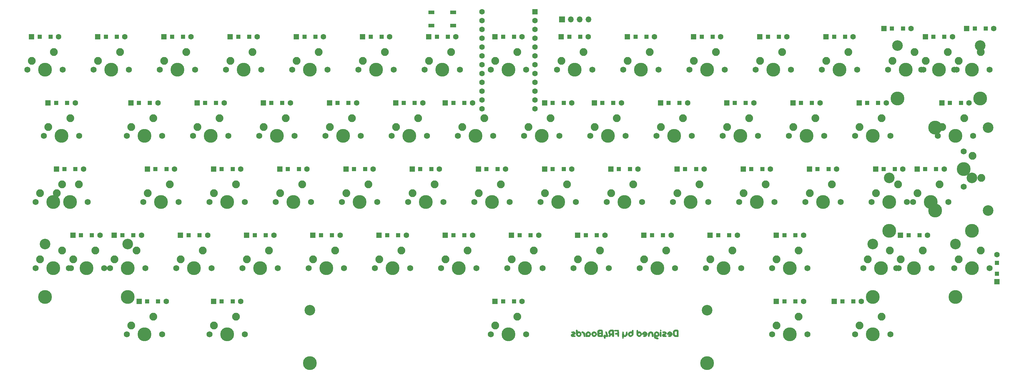
<source format=gbs>
G04 #@! TF.GenerationSoftware,KiCad,Pcbnew,5.1.8*
G04 #@! TF.CreationDate,2020-11-23T09:17:22-05:00*
G04 #@! TF.ProjectId,unix60pcb,756e6978-3630-4706-9362-2e6b69636164,rev?*
G04 #@! TF.SameCoordinates,Original*
G04 #@! TF.FileFunction,Soldermask,Bot*
G04 #@! TF.FilePolarity,Negative*
%FSLAX46Y46*%
G04 Gerber Fmt 4.6, Leading zero omitted, Abs format (unit mm)*
G04 Created by KiCad (PCBNEW 5.1.8) date 2020-11-23 09:17:22*
%MOMM*%
%LPD*%
G01*
G04 APERTURE LIST*
%ADD10C,0.010000*%
%ADD11C,1.600000*%
%ADD12R,1.600000X1.600000*%
%ADD13R,1.200000X1.200000*%
%ADD14R,1.700000X1.700000*%
%ADD15O,1.700000X1.700000*%
%ADD16C,2.250000*%
%ADD17C,3.987800*%
%ADD18C,1.750000*%
%ADD19C,3.048000*%
%ADD20R,1.700000X1.000000*%
G04 APERTURE END LIST*
D10*
G04 #@! TO.C,G\u002A\u002A\u002A*
G36*
X198367484Y-96341800D02*
G01*
X198329803Y-96484013D01*
X198386967Y-96604933D01*
X198539076Y-96694823D01*
X198649107Y-96621787D01*
X198669910Y-96576971D01*
X198673661Y-96397215D01*
X198560382Y-96287169D01*
X198494479Y-96276584D01*
X198367484Y-96341800D01*
G37*
X198367484Y-96341800D02*
X198329803Y-96484013D01*
X198386967Y-96604933D01*
X198539076Y-96694823D01*
X198649107Y-96621787D01*
X198669910Y-96576971D01*
X198673661Y-96397215D01*
X198560382Y-96287169D01*
X198494479Y-96276584D01*
X198367484Y-96341800D01*
G36*
X173270796Y-96801677D02*
G01*
X173011330Y-96826412D01*
X172880597Y-96873522D01*
X172838050Y-96961169D01*
X172836417Y-96996250D01*
X172867457Y-97107792D01*
X172988849Y-97166291D01*
X173196250Y-97191618D01*
X173436061Y-97230783D01*
X173544614Y-97289558D01*
X173512640Y-97345491D01*
X173330874Y-97376131D01*
X173272873Y-97377250D01*
X172994237Y-97437887D01*
X172801457Y-97593248D01*
X172715099Y-97803513D01*
X172755729Y-98028858D01*
X172864251Y-98168461D01*
X173038663Y-98255149D01*
X173290178Y-98303218D01*
X173561580Y-98311762D01*
X173795657Y-98279873D01*
X173935195Y-98206643D01*
X173947244Y-98185638D01*
X173959573Y-98022087D01*
X173836082Y-97922790D01*
X173564489Y-97879493D01*
X173487587Y-97876745D01*
X173090417Y-97868240D01*
X173422454Y-97790382D01*
X173735167Y-97691217D01*
X173909386Y-97559174D01*
X173975871Y-97366522D01*
X173979417Y-97288264D01*
X173926490Y-97021952D01*
X173759017Y-96862031D01*
X173463962Y-96799549D01*
X173270796Y-96801677D01*
G37*
X173270796Y-96801677D02*
X173011330Y-96826412D01*
X172880597Y-96873522D01*
X172838050Y-96961169D01*
X172836417Y-96996250D01*
X172867457Y-97107792D01*
X172988849Y-97166291D01*
X173196250Y-97191618D01*
X173436061Y-97230783D01*
X173544614Y-97289558D01*
X173512640Y-97345491D01*
X173330874Y-97376131D01*
X173272873Y-97377250D01*
X172994237Y-97437887D01*
X172801457Y-97593248D01*
X172715099Y-97803513D01*
X172755729Y-98028858D01*
X172864251Y-98168461D01*
X173038663Y-98255149D01*
X173290178Y-98303218D01*
X173561580Y-98311762D01*
X173795657Y-98279873D01*
X173935195Y-98206643D01*
X173947244Y-98185638D01*
X173959573Y-98022087D01*
X173836082Y-97922790D01*
X173564489Y-97879493D01*
X173487587Y-97876745D01*
X173090417Y-97868240D01*
X173422454Y-97790382D01*
X173735167Y-97691217D01*
X173909386Y-97559174D01*
X173975871Y-97366522D01*
X173979417Y-97288264D01*
X173926490Y-97021952D01*
X173759017Y-96862031D01*
X173463962Y-96799549D01*
X173270796Y-96801677D01*
G36*
X174256786Y-96332187D02*
G01*
X174226169Y-96370079D01*
X174178086Y-96540132D01*
X174154900Y-96820036D01*
X174155946Y-97152250D01*
X174180557Y-97479233D01*
X174228069Y-97743444D01*
X174242596Y-97790522D01*
X174414917Y-98059327D01*
X174682110Y-98235196D01*
X174993106Y-98300547D01*
X175296839Y-98237798D01*
X175388243Y-98184956D01*
X175618647Y-97937798D01*
X175714591Y-97644754D01*
X175711105Y-97604864D01*
X175301012Y-97604864D01*
X175218436Y-97779189D01*
X175035735Y-97866336D01*
X174790675Y-97833858D01*
X174687654Y-97714569D01*
X174656750Y-97546584D01*
X174719524Y-97336839D01*
X174871155Y-97220610D01*
X175056611Y-97213621D01*
X175220859Y-97331596D01*
X175249417Y-97377250D01*
X175301012Y-97604864D01*
X175711105Y-97604864D01*
X175688346Y-97344456D01*
X175552185Y-97075536D01*
X175318378Y-96876628D01*
X174999198Y-96786365D01*
X174943424Y-96784584D01*
X174742254Y-96756012D01*
X174644129Y-96643331D01*
X174621073Y-96569291D01*
X174526144Y-96380633D01*
X174389013Y-96293678D01*
X174256786Y-96332187D01*
G37*
X174256786Y-96332187D02*
X174226169Y-96370079D01*
X174178086Y-96540132D01*
X174154900Y-96820036D01*
X174155946Y-97152250D01*
X174180557Y-97479233D01*
X174228069Y-97743444D01*
X174242596Y-97790522D01*
X174414917Y-98059327D01*
X174682110Y-98235196D01*
X174993106Y-98300547D01*
X175296839Y-98237798D01*
X175388243Y-98184956D01*
X175618647Y-97937798D01*
X175714591Y-97644754D01*
X175711105Y-97604864D01*
X175301012Y-97604864D01*
X175218436Y-97779189D01*
X175035735Y-97866336D01*
X174790675Y-97833858D01*
X174687654Y-97714569D01*
X174656750Y-97546584D01*
X174719524Y-97336839D01*
X174871155Y-97220610D01*
X175056611Y-97213621D01*
X175220859Y-97331596D01*
X175249417Y-97377250D01*
X175301012Y-97604864D01*
X175711105Y-97604864D01*
X175688346Y-97344456D01*
X175552185Y-97075536D01*
X175318378Y-96876628D01*
X174999198Y-96786365D01*
X174943424Y-96784584D01*
X174742254Y-96756012D01*
X174644129Y-96643331D01*
X174621073Y-96569291D01*
X174526144Y-96380633D01*
X174389013Y-96293678D01*
X174256786Y-96332187D01*
G36*
X175882696Y-96798783D02*
G01*
X175804473Y-96861610D01*
X175789354Y-97018781D01*
X175883498Y-97160042D01*
X176010109Y-97207917D01*
X176186712Y-97261460D01*
X176299132Y-97435339D01*
X176358479Y-97749427D01*
X176365835Y-97844305D01*
X176403676Y-98128334D01*
X176476531Y-98267817D01*
X176523546Y-98289582D01*
X176674117Y-98278769D01*
X176714046Y-98255066D01*
X176747210Y-98143243D01*
X176768760Y-97919639D01*
X176773417Y-97737626D01*
X176759215Y-97445209D01*
X176699794Y-97249042D01*
X176569937Y-97077228D01*
X176525930Y-97032071D01*
X176305331Y-96870212D01*
X176073648Y-96788369D01*
X175882696Y-96798783D01*
G37*
X175882696Y-96798783D02*
X175804473Y-96861610D01*
X175789354Y-97018781D01*
X175883498Y-97160042D01*
X176010109Y-97207917D01*
X176186712Y-97261460D01*
X176299132Y-97435339D01*
X176358479Y-97749427D01*
X176365835Y-97844305D01*
X176403676Y-98128334D01*
X176476531Y-98267817D01*
X176523546Y-98289582D01*
X176674117Y-98278769D01*
X176714046Y-98255066D01*
X176747210Y-98143243D01*
X176768760Y-97919639D01*
X176773417Y-97737626D01*
X176759215Y-97445209D01*
X176699794Y-97249042D01*
X176569937Y-97077228D01*
X176525930Y-97032071D01*
X176305331Y-96870212D01*
X176073648Y-96788369D01*
X175882696Y-96798783D01*
G36*
X177320462Y-96920512D02*
G01*
X177185946Y-97036362D01*
X177041993Y-97197904D01*
X176970746Y-97352191D01*
X176952224Y-97564616D01*
X176959626Y-97777077D01*
X176985084Y-98266014D01*
X177477925Y-98287803D01*
X177770119Y-98291481D01*
X177958818Y-98256991D01*
X178108862Y-98164537D01*
X178218759Y-98061601D01*
X178424855Y-97765065D01*
X178439427Y-97647296D01*
X178017318Y-97647296D01*
X177955375Y-97762317D01*
X177768961Y-97874121D01*
X177560178Y-97846628D01*
X177454126Y-97762317D01*
X177379051Y-97558967D01*
X177450234Y-97355770D01*
X177556584Y-97259758D01*
X177746301Y-97216708D01*
X177910365Y-97297237D01*
X178012721Y-97455911D01*
X178017318Y-97647296D01*
X178439427Y-97647296D01*
X178462330Y-97462198D01*
X178331178Y-97161890D01*
X178219263Y-97032071D01*
X177923345Y-96826153D01*
X177621225Y-96788977D01*
X177320462Y-96920512D01*
G37*
X177320462Y-96920512D02*
X177185946Y-97036362D01*
X177041993Y-97197904D01*
X176970746Y-97352191D01*
X176952224Y-97564616D01*
X176959626Y-97777077D01*
X176985084Y-98266014D01*
X177477925Y-98287803D01*
X177770119Y-98291481D01*
X177958818Y-98256991D01*
X178108862Y-98164537D01*
X178218759Y-98061601D01*
X178424855Y-97765065D01*
X178439427Y-97647296D01*
X178017318Y-97647296D01*
X177955375Y-97762317D01*
X177768961Y-97874121D01*
X177560178Y-97846628D01*
X177454126Y-97762317D01*
X177379051Y-97558967D01*
X177450234Y-97355770D01*
X177556584Y-97259758D01*
X177746301Y-97216708D01*
X177910365Y-97297237D01*
X178012721Y-97455911D01*
X178017318Y-97647296D01*
X178439427Y-97647296D01*
X178462330Y-97462198D01*
X178331178Y-97161890D01*
X178219263Y-97032071D01*
X177923345Y-96826153D01*
X177621225Y-96788977D01*
X177320462Y-96920512D01*
G36*
X179098864Y-96858784D02*
G01*
X178838508Y-97053105D01*
X178673802Y-97325127D01*
X178638777Y-97532943D01*
X178710721Y-97879047D01*
X178895567Y-98132101D01*
X179156935Y-98277020D01*
X179458445Y-98298721D01*
X179763717Y-98182120D01*
X179912597Y-98061096D01*
X180113107Y-97779064D01*
X180139733Y-97647296D01*
X179710652Y-97647296D01*
X179648708Y-97762317D01*
X179462294Y-97874121D01*
X179253512Y-97846628D01*
X179147459Y-97762317D01*
X179072384Y-97558967D01*
X179143568Y-97355770D01*
X179249917Y-97259758D01*
X179439635Y-97216708D01*
X179603698Y-97297237D01*
X179706055Y-97455911D01*
X179710652Y-97647296D01*
X180139733Y-97647296D01*
X180160084Y-97546584D01*
X180085530Y-97263095D01*
X179894302Y-97009168D01*
X179635049Y-96834298D01*
X179411093Y-96784584D01*
X179098864Y-96858784D01*
G37*
X179098864Y-96858784D02*
X178838508Y-97053105D01*
X178673802Y-97325127D01*
X178638777Y-97532943D01*
X178710721Y-97879047D01*
X178895567Y-98132101D01*
X179156935Y-98277020D01*
X179458445Y-98298721D01*
X179763717Y-98182120D01*
X179912597Y-98061096D01*
X180113107Y-97779064D01*
X180139733Y-97647296D01*
X179710652Y-97647296D01*
X179648708Y-97762317D01*
X179462294Y-97874121D01*
X179253512Y-97846628D01*
X179147459Y-97762317D01*
X179072384Y-97558967D01*
X179143568Y-97355770D01*
X179249917Y-97259758D01*
X179439635Y-97216708D01*
X179603698Y-97297237D01*
X179706055Y-97455911D01*
X179710652Y-97647296D01*
X180139733Y-97647296D01*
X180160084Y-97546584D01*
X180085530Y-97263095D01*
X179894302Y-97009168D01*
X179635049Y-96834298D01*
X179411093Y-96784584D01*
X179098864Y-96858784D01*
G36*
X180611402Y-96349434D02*
G01*
X180455223Y-96486433D01*
X180375114Y-96730327D01*
X180348226Y-97106655D01*
X180347236Y-97295619D01*
X180362761Y-97725312D01*
X180420588Y-98014014D01*
X180544267Y-98189022D01*
X180757349Y-98277636D01*
X181083383Y-98307157D01*
X181221074Y-98308584D01*
X181572079Y-98293068D01*
X181767925Y-98245094D01*
X181816873Y-98197026D01*
X181832498Y-98069561D01*
X181840691Y-97814096D01*
X181840690Y-97673584D01*
X181430084Y-97673584D01*
X181414189Y-97817554D01*
X181333780Y-97873408D01*
X181139774Y-97871387D01*
X181112584Y-97869194D01*
X180896528Y-97831880D01*
X180806404Y-97751009D01*
X180795084Y-97673584D01*
X180831520Y-97555338D01*
X180969168Y-97495880D01*
X181112584Y-97477973D01*
X181320474Y-97471875D01*
X181409918Y-97520667D01*
X181430001Y-97654588D01*
X181430084Y-97673584D01*
X181840690Y-97673584D01*
X181840687Y-97471836D01*
X181835383Y-97202193D01*
X181827389Y-96911584D01*
X181430084Y-96911584D01*
X181414189Y-97055554D01*
X181333780Y-97111408D01*
X181139774Y-97109387D01*
X181112584Y-97107194D01*
X180896528Y-97069880D01*
X180806404Y-96989009D01*
X180795084Y-96911584D01*
X180831520Y-96793338D01*
X180969168Y-96733880D01*
X181112584Y-96715973D01*
X181320474Y-96709875D01*
X181409918Y-96758667D01*
X181430001Y-96892588D01*
X181430084Y-96911584D01*
X181827389Y-96911584D01*
X181811084Y-96318917D01*
X181243366Y-96293968D01*
X180866501Y-96293792D01*
X180611402Y-96349434D01*
G37*
X180611402Y-96349434D02*
X180455223Y-96486433D01*
X180375114Y-96730327D01*
X180348226Y-97106655D01*
X180347236Y-97295619D01*
X180362761Y-97725312D01*
X180420588Y-98014014D01*
X180544267Y-98189022D01*
X180757349Y-98277636D01*
X181083383Y-98307157D01*
X181221074Y-98308584D01*
X181572079Y-98293068D01*
X181767925Y-98245094D01*
X181816873Y-98197026D01*
X181832498Y-98069561D01*
X181840691Y-97814096D01*
X181840690Y-97673584D01*
X181430084Y-97673584D01*
X181414189Y-97817554D01*
X181333780Y-97873408D01*
X181139774Y-97871387D01*
X181112584Y-97869194D01*
X180896528Y-97831880D01*
X180806404Y-97751009D01*
X180795084Y-97673584D01*
X180831520Y-97555338D01*
X180969168Y-97495880D01*
X181112584Y-97477973D01*
X181320474Y-97471875D01*
X181409918Y-97520667D01*
X181430001Y-97654588D01*
X181430084Y-97673584D01*
X181840690Y-97673584D01*
X181840687Y-97471836D01*
X181835383Y-97202193D01*
X181827389Y-96911584D01*
X181430084Y-96911584D01*
X181414189Y-97055554D01*
X181333780Y-97111408D01*
X181139774Y-97109387D01*
X181112584Y-97107194D01*
X180896528Y-97069880D01*
X180806404Y-96989009D01*
X180795084Y-96911584D01*
X180831520Y-96793338D01*
X180969168Y-96733880D01*
X181112584Y-96715973D01*
X181320474Y-96709875D01*
X181409918Y-96758667D01*
X181430001Y-96892588D01*
X181430084Y-96911584D01*
X181827389Y-96911584D01*
X181811084Y-96318917D01*
X181243366Y-96293968D01*
X180866501Y-96293792D01*
X180611402Y-96349434D01*
G36*
X184155462Y-96289070D02*
G01*
X183953709Y-96338146D01*
X183799632Y-96441232D01*
X183758012Y-96480959D01*
X183543857Y-96774435D01*
X183495230Y-97073522D01*
X183609097Y-97399995D01*
X183625932Y-97429301D01*
X183735256Y-97630395D01*
X183758010Y-97751674D01*
X183699704Y-97855432D01*
X183666932Y-97892784D01*
X183578960Y-98065842D01*
X183597540Y-98224155D01*
X183711930Y-98306533D01*
X183739920Y-98308584D01*
X183866218Y-98251551D01*
X184041995Y-98109290D01*
X184097084Y-98054584D01*
X184272396Y-97895043D01*
X184413029Y-97806774D01*
X184441008Y-97800584D01*
X184526197Y-97873918D01*
X184591595Y-98050699D01*
X184592384Y-98054584D01*
X184681480Y-98238198D01*
X184820961Y-98314659D01*
X184958492Y-98269246D01*
X185019359Y-98174659D01*
X185044999Y-98019937D01*
X185061545Y-97747068D01*
X185068995Y-97406996D01*
X185067351Y-97050662D01*
X185066948Y-97038584D01*
X184562750Y-97038584D01*
X184528942Y-97281109D01*
X184413991Y-97383528D01*
X184197612Y-97358543D01*
X184104009Y-97325858D01*
X184000987Y-97206569D01*
X183970084Y-97038584D01*
X184025005Y-96827484D01*
X184200578Y-96720149D01*
X184400342Y-96699917D01*
X184507118Y-96730901D01*
X184554169Y-96852686D01*
X184562750Y-97038584D01*
X185066948Y-97038584D01*
X185056612Y-96729010D01*
X185036778Y-96492981D01*
X185019359Y-96410508D01*
X184941388Y-96329996D01*
X184763236Y-96288138D01*
X184465177Y-96276584D01*
X184155462Y-96289070D01*
G37*
X184155462Y-96289070D02*
X183953709Y-96338146D01*
X183799632Y-96441232D01*
X183758012Y-96480959D01*
X183543857Y-96774435D01*
X183495230Y-97073522D01*
X183609097Y-97399995D01*
X183625932Y-97429301D01*
X183735256Y-97630395D01*
X183758010Y-97751674D01*
X183699704Y-97855432D01*
X183666932Y-97892784D01*
X183578960Y-98065842D01*
X183597540Y-98224155D01*
X183711930Y-98306533D01*
X183739920Y-98308584D01*
X183866218Y-98251551D01*
X184041995Y-98109290D01*
X184097084Y-98054584D01*
X184272396Y-97895043D01*
X184413029Y-97806774D01*
X184441008Y-97800584D01*
X184526197Y-97873918D01*
X184591595Y-98050699D01*
X184592384Y-98054584D01*
X184681480Y-98238198D01*
X184820961Y-98314659D01*
X184958492Y-98269246D01*
X185019359Y-98174659D01*
X185044999Y-98019937D01*
X185061545Y-97747068D01*
X185068995Y-97406996D01*
X185067351Y-97050662D01*
X185066948Y-97038584D01*
X184562750Y-97038584D01*
X184528942Y-97281109D01*
X184413991Y-97383528D01*
X184197612Y-97358543D01*
X184104009Y-97325858D01*
X184000987Y-97206569D01*
X183970084Y-97038584D01*
X184025005Y-96827484D01*
X184200578Y-96720149D01*
X184400342Y-96699917D01*
X184507118Y-96730901D01*
X184554169Y-96852686D01*
X184562750Y-97038584D01*
X185066948Y-97038584D01*
X185056612Y-96729010D01*
X185036778Y-96492981D01*
X185019359Y-96410508D01*
X184941388Y-96329996D01*
X184763236Y-96288138D01*
X184465177Y-96276584D01*
X184155462Y-96289070D01*
G36*
X185508083Y-96322916D02*
G01*
X185317587Y-96341153D01*
X185226172Y-96382985D01*
X185198746Y-96457769D01*
X185197750Y-96488250D01*
X185221941Y-96589858D01*
X185321333Y-96646628D01*
X185536156Y-96676202D01*
X185642250Y-96683175D01*
X185900819Y-96703712D01*
X186032721Y-96744183D01*
X186080500Y-96830926D01*
X186086750Y-96958341D01*
X186072362Y-97119956D01*
X185996496Y-97190694D01*
X185810099Y-97207696D01*
X185757142Y-97207917D01*
X185531175Y-97233029D01*
X185398937Y-97296604D01*
X185388614Y-97313750D01*
X185379177Y-97498614D01*
X185517547Y-97603674D01*
X185750028Y-97631250D01*
X185962842Y-97642134D01*
X186060293Y-97707039D01*
X186096258Y-97874348D01*
X186102806Y-97948046D01*
X186159485Y-98161963D01*
X186264305Y-98291318D01*
X186381122Y-98311062D01*
X186471139Y-98203284D01*
X186487775Y-98073049D01*
X186496762Y-97815178D01*
X186497233Y-97471233D01*
X186492050Y-97202193D01*
X186467750Y-96318917D01*
X185832750Y-96318917D01*
X185508083Y-96322916D01*
G37*
X185508083Y-96322916D02*
X185317587Y-96341153D01*
X185226172Y-96382985D01*
X185198746Y-96457769D01*
X185197750Y-96488250D01*
X185221941Y-96589858D01*
X185321333Y-96646628D01*
X185536156Y-96676202D01*
X185642250Y-96683175D01*
X185900819Y-96703712D01*
X186032721Y-96744183D01*
X186080500Y-96830926D01*
X186086750Y-96958341D01*
X186072362Y-97119956D01*
X185996496Y-97190694D01*
X185810099Y-97207696D01*
X185757142Y-97207917D01*
X185531175Y-97233029D01*
X185398937Y-97296604D01*
X185388614Y-97313750D01*
X185379177Y-97498614D01*
X185517547Y-97603674D01*
X185750028Y-97631250D01*
X185962842Y-97642134D01*
X186060293Y-97707039D01*
X186096258Y-97874348D01*
X186102806Y-97948046D01*
X186159485Y-98161963D01*
X186264305Y-98291318D01*
X186381122Y-98311062D01*
X186471139Y-98203284D01*
X186487775Y-98073049D01*
X186496762Y-97815178D01*
X186497233Y-97471233D01*
X186492050Y-97202193D01*
X186467750Y-96318917D01*
X185832750Y-96318917D01*
X185508083Y-96322916D01*
G36*
X190383858Y-96348312D02*
G01*
X190268660Y-96487555D01*
X190235417Y-96657516D01*
X190211520Y-96774925D01*
X190107889Y-96812271D01*
X189941547Y-96800940D01*
X189646358Y-96843853D01*
X189383651Y-97014151D01*
X189198321Y-97270343D01*
X189134750Y-97546584D01*
X189211010Y-97836129D01*
X189407354Y-98091254D01*
X189675135Y-98263310D01*
X189896750Y-98308584D01*
X190188648Y-98233026D01*
X190411263Y-98061096D01*
X190532435Y-97929152D01*
X190605871Y-97800433D01*
X190639370Y-97647296D01*
X190209318Y-97647296D01*
X190147375Y-97762317D01*
X189960961Y-97874121D01*
X189752178Y-97846628D01*
X189646126Y-97762317D01*
X189571051Y-97558967D01*
X189642234Y-97355770D01*
X189748584Y-97259758D01*
X189938301Y-97216708D01*
X190102365Y-97297237D01*
X190204721Y-97455911D01*
X190209318Y-97647296D01*
X190639370Y-97647296D01*
X190643461Y-97628599D01*
X190657094Y-97367309D01*
X190658750Y-97096488D01*
X190650468Y-96714131D01*
X190623087Y-96475589D01*
X190572805Y-96356040D01*
X190542068Y-96334591D01*
X190383858Y-96348312D01*
G37*
X190383858Y-96348312D02*
X190268660Y-96487555D01*
X190235417Y-96657516D01*
X190211520Y-96774925D01*
X190107889Y-96812271D01*
X189941547Y-96800940D01*
X189646358Y-96843853D01*
X189383651Y-97014151D01*
X189198321Y-97270343D01*
X189134750Y-97546584D01*
X189211010Y-97836129D01*
X189407354Y-98091254D01*
X189675135Y-98263310D01*
X189896750Y-98308584D01*
X190188648Y-98233026D01*
X190411263Y-98061096D01*
X190532435Y-97929152D01*
X190605871Y-97800433D01*
X190639370Y-97647296D01*
X190209318Y-97647296D01*
X190147375Y-97762317D01*
X189960961Y-97874121D01*
X189752178Y-97846628D01*
X189646126Y-97762317D01*
X189571051Y-97558967D01*
X189642234Y-97355770D01*
X189748584Y-97259758D01*
X189938301Y-97216708D01*
X190102365Y-97297237D01*
X190204721Y-97455911D01*
X190209318Y-97647296D01*
X190639370Y-97647296D01*
X190643461Y-97628599D01*
X190657094Y-97367309D01*
X190658750Y-97096488D01*
X190650468Y-96714131D01*
X190623087Y-96475589D01*
X190572805Y-96356040D01*
X190542068Y-96334591D01*
X190383858Y-96348312D01*
G36*
X191719928Y-96333226D02*
G01*
X191667599Y-96397798D01*
X191636305Y-96545098D01*
X191617587Y-96807592D01*
X191607908Y-97062920D01*
X191598761Y-97422293D01*
X191606841Y-97657053D01*
X191642287Y-97811770D01*
X191715241Y-97931017D01*
X191834228Y-98057754D01*
X192131590Y-98265565D01*
X192434134Y-98304699D01*
X192733972Y-98175130D01*
X192866597Y-98061096D01*
X193072649Y-97765686D01*
X193087261Y-97647296D01*
X192664652Y-97647296D01*
X192602708Y-97762317D01*
X192416294Y-97874121D01*
X192207512Y-97846628D01*
X192101459Y-97762317D01*
X192026384Y-97558967D01*
X192097568Y-97355770D01*
X192203917Y-97259758D01*
X192393635Y-97216708D01*
X192557698Y-97297237D01*
X192660055Y-97455911D01*
X192664652Y-97647296D01*
X193087261Y-97647296D01*
X193109831Y-97464434D01*
X192978194Y-97163296D01*
X192857621Y-97023095D01*
X192653075Y-96852723D01*
X192461361Y-96794102D01*
X192311349Y-96800466D01*
X192114569Y-96809649D01*
X192028147Y-96747475D01*
X191996312Y-96576608D01*
X191945955Y-96384715D01*
X191828405Y-96319989D01*
X191801750Y-96318917D01*
X191719928Y-96333226D01*
G37*
X191719928Y-96333226D02*
X191667599Y-96397798D01*
X191636305Y-96545098D01*
X191617587Y-96807592D01*
X191607908Y-97062920D01*
X191598761Y-97422293D01*
X191606841Y-97657053D01*
X191642287Y-97811770D01*
X191715241Y-97931017D01*
X191834228Y-98057754D01*
X192131590Y-98265565D01*
X192434134Y-98304699D01*
X192733972Y-98175130D01*
X192866597Y-98061096D01*
X193072649Y-97765686D01*
X193087261Y-97647296D01*
X192664652Y-97647296D01*
X192602708Y-97762317D01*
X192416294Y-97874121D01*
X192207512Y-97846628D01*
X192101459Y-97762317D01*
X192026384Y-97558967D01*
X192097568Y-97355770D01*
X192203917Y-97259758D01*
X192393635Y-97216708D01*
X192557698Y-97297237D01*
X192660055Y-97455911D01*
X192664652Y-97647296D01*
X193087261Y-97647296D01*
X193109831Y-97464434D01*
X192978194Y-97163296D01*
X192857621Y-97023095D01*
X192653075Y-96852723D01*
X192461361Y-96794102D01*
X192311349Y-96800466D01*
X192114569Y-96809649D01*
X192028147Y-96747475D01*
X191996312Y-96576608D01*
X191945955Y-96384715D01*
X191828405Y-96319989D01*
X191801750Y-96318917D01*
X191719928Y-96333226D01*
G36*
X193709497Y-96847209D02*
G01*
X193469597Y-97005832D01*
X193288005Y-97216570D01*
X193211675Y-97435539D01*
X193213956Y-97482532D01*
X193249377Y-97591650D01*
X193344123Y-97657201D01*
X193539265Y-97697356D01*
X193749084Y-97719324D01*
X194011292Y-97753195D01*
X194138402Y-97793007D01*
X194126846Y-97827335D01*
X193941275Y-97867698D01*
X193791650Y-97866262D01*
X193615740Y-97893653D01*
X193553724Y-98002105D01*
X193579358Y-98179647D01*
X193718098Y-98282649D01*
X193929774Y-98308538D01*
X194174213Y-98254744D01*
X194411244Y-98118695D01*
X194475263Y-98061096D01*
X194675773Y-97779064D01*
X194722750Y-97546584D01*
X194655853Y-97292584D01*
X194172417Y-97292584D01*
X194138995Y-97352248D01*
X193973267Y-97377172D01*
X193960750Y-97377250D01*
X193788647Y-97354705D01*
X193746838Y-97296613D01*
X193749084Y-97292584D01*
X193868855Y-97220718D01*
X193960750Y-97207917D01*
X194120745Y-97247958D01*
X194172417Y-97292584D01*
X194655853Y-97292584D01*
X194646491Y-97257038D01*
X194450147Y-97001913D01*
X194182366Y-96829857D01*
X193960750Y-96784583D01*
X193709497Y-96847209D01*
G37*
X193709497Y-96847209D02*
X193469597Y-97005832D01*
X193288005Y-97216570D01*
X193211675Y-97435539D01*
X193213956Y-97482532D01*
X193249377Y-97591650D01*
X193344123Y-97657201D01*
X193539265Y-97697356D01*
X193749084Y-97719324D01*
X194011292Y-97753195D01*
X194138402Y-97793007D01*
X194126846Y-97827335D01*
X193941275Y-97867698D01*
X193791650Y-97866262D01*
X193615740Y-97893653D01*
X193553724Y-98002105D01*
X193579358Y-98179647D01*
X193718098Y-98282649D01*
X193929774Y-98308538D01*
X194174213Y-98254744D01*
X194411244Y-98118695D01*
X194475263Y-98061096D01*
X194675773Y-97779064D01*
X194722750Y-97546584D01*
X194655853Y-97292584D01*
X194172417Y-97292584D01*
X194138995Y-97352248D01*
X193973267Y-97377172D01*
X193960750Y-97377250D01*
X193788647Y-97354705D01*
X193746838Y-97296613D01*
X193749084Y-97292584D01*
X193868855Y-97220718D01*
X193960750Y-97207917D01*
X194120745Y-97247958D01*
X194172417Y-97292584D01*
X194655853Y-97292584D01*
X194646491Y-97257038D01*
X194450147Y-97001913D01*
X194182366Y-96829857D01*
X193960750Y-96784583D01*
X193709497Y-96847209D01*
G36*
X195390493Y-96858348D02*
G01*
X195135280Y-97036362D01*
X194991342Y-97197880D01*
X194920091Y-97352141D01*
X194901555Y-97564520D01*
X194908959Y-97777195D01*
X194930997Y-98055657D01*
X194970306Y-98203675D01*
X195042372Y-98260134D01*
X195103750Y-98266250D01*
X195205557Y-98240793D01*
X195266335Y-98138218D01*
X195304287Y-97919221D01*
X195315417Y-97809194D01*
X195390697Y-97450880D01*
X195518036Y-97241948D01*
X195670000Y-97182426D01*
X195819154Y-97272346D01*
X195938062Y-97511736D01*
X195992750Y-97808460D01*
X196039339Y-98108934D01*
X196113277Y-98261618D01*
X196166212Y-98289610D01*
X196316788Y-98278770D01*
X196356712Y-98255066D01*
X196398448Y-98125983D01*
X196413866Y-97890678D01*
X196405584Y-97609776D01*
X196376217Y-97343898D01*
X196328381Y-97153667D01*
X196307558Y-97115913D01*
X196034620Y-96880514D01*
X195715975Y-96793780D01*
X195390493Y-96858348D01*
G37*
X195390493Y-96858348D02*
X195135280Y-97036362D01*
X194991342Y-97197880D01*
X194920091Y-97352141D01*
X194901555Y-97564520D01*
X194908959Y-97777195D01*
X194930997Y-98055657D01*
X194970306Y-98203675D01*
X195042372Y-98260134D01*
X195103750Y-98266250D01*
X195205557Y-98240793D01*
X195266335Y-98138218D01*
X195304287Y-97919221D01*
X195315417Y-97809194D01*
X195390697Y-97450880D01*
X195518036Y-97241948D01*
X195670000Y-97182426D01*
X195819154Y-97272346D01*
X195938062Y-97511736D01*
X195992750Y-97808460D01*
X196039339Y-98108934D01*
X196113277Y-98261618D01*
X196166212Y-98289610D01*
X196316788Y-98278770D01*
X196356712Y-98255066D01*
X196398448Y-98125983D01*
X196413866Y-97890678D01*
X196405584Y-97609776D01*
X196376217Y-97343898D01*
X196328381Y-97153667D01*
X196307558Y-97115913D01*
X196034620Y-96880514D01*
X195715975Y-96793780D01*
X195390493Y-96858348D01*
G36*
X198413040Y-96825341D02*
G01*
X198356169Y-96878079D01*
X198316054Y-97026800D01*
X198290570Y-97284600D01*
X198280915Y-97591760D01*
X198288288Y-97888558D01*
X198313888Y-98115275D01*
X198330142Y-98174659D01*
X198445130Y-98294509D01*
X198599725Y-98286421D01*
X198645639Y-98252139D01*
X198672279Y-98146152D01*
X198692145Y-97915965D01*
X198701711Y-97606680D01*
X198702084Y-97529815D01*
X198695126Y-97178742D01*
X198670035Y-96963089D01*
X198620487Y-96849352D01*
X198566539Y-96811922D01*
X198413040Y-96825341D01*
G37*
X198413040Y-96825341D02*
X198356169Y-96878079D01*
X198316054Y-97026800D01*
X198290570Y-97284600D01*
X198280915Y-97591760D01*
X198288288Y-97888558D01*
X198313888Y-98115275D01*
X198330142Y-98174659D01*
X198445130Y-98294509D01*
X198599725Y-98286421D01*
X198645639Y-98252139D01*
X198672279Y-98146152D01*
X198692145Y-97915965D01*
X198701711Y-97606680D01*
X198702084Y-97529815D01*
X198695126Y-97178742D01*
X198670035Y-96963089D01*
X198620487Y-96849352D01*
X198566539Y-96811922D01*
X198413040Y-96825341D01*
G36*
X199154160Y-96813241D02*
G01*
X199022375Y-96885658D01*
X199014092Y-96901266D01*
X199024166Y-97059593D01*
X199179273Y-97166090D01*
X199459623Y-97207761D01*
X199481017Y-97207917D01*
X199686748Y-97227616D01*
X199796914Y-97276537D01*
X199802750Y-97292584D01*
X199728625Y-97349806D01*
X199547651Y-97376912D01*
X199522599Y-97377250D01*
X199277856Y-97410725D01*
X199088683Y-97489686D01*
X198965598Y-97671401D01*
X198943155Y-97910259D01*
X199021355Y-98127223D01*
X199088683Y-98196147D01*
X199254960Y-98259644D01*
X199505630Y-98296693D01*
X199781429Y-98305997D01*
X200023098Y-98286255D01*
X200171374Y-98236168D01*
X200186043Y-98220208D01*
X200193368Y-98082709D01*
X200065218Y-97965114D01*
X199835416Y-97890682D01*
X199686550Y-97876745D01*
X199337084Y-97868240D01*
X199675750Y-97790238D01*
X199981962Y-97664170D01*
X200173262Y-97472219D01*
X200235303Y-97245782D01*
X200153739Y-97016254D01*
X200071250Y-96924706D01*
X199899008Y-96839231D01*
X199650238Y-96791308D01*
X199382702Y-96782218D01*
X199154160Y-96813241D01*
G37*
X199154160Y-96813241D02*
X199022375Y-96885658D01*
X199014092Y-96901266D01*
X199024166Y-97059593D01*
X199179273Y-97166090D01*
X199459623Y-97207761D01*
X199481017Y-97207917D01*
X199686748Y-97227616D01*
X199796914Y-97276537D01*
X199802750Y-97292584D01*
X199728625Y-97349806D01*
X199547651Y-97376912D01*
X199522599Y-97377250D01*
X199277856Y-97410725D01*
X199088683Y-97489686D01*
X198965598Y-97671401D01*
X198943155Y-97910259D01*
X199021355Y-98127223D01*
X199088683Y-98196147D01*
X199254960Y-98259644D01*
X199505630Y-98296693D01*
X199781429Y-98305997D01*
X200023098Y-98286255D01*
X200171374Y-98236168D01*
X200186043Y-98220208D01*
X200193368Y-98082709D01*
X200065218Y-97965114D01*
X199835416Y-97890682D01*
X199686550Y-97876745D01*
X199337084Y-97868240D01*
X199675750Y-97790238D01*
X199981962Y-97664170D01*
X200173262Y-97472219D01*
X200235303Y-97245782D01*
X200153739Y-97016254D01*
X200071250Y-96924706D01*
X199899008Y-96839231D01*
X199650238Y-96791308D01*
X199382702Y-96782218D01*
X199154160Y-96813241D01*
G36*
X200752838Y-96930299D02*
G01*
X200651384Y-97007588D01*
X200463565Y-97209578D01*
X200408929Y-97405502D01*
X200412054Y-97452088D01*
X200439948Y-97576393D01*
X200514939Y-97648428D01*
X200678745Y-97688816D01*
X200945750Y-97715917D01*
X201222360Y-97750216D01*
X201351780Y-97793056D01*
X201343105Y-97829721D01*
X201178843Y-97866953D01*
X201035293Y-97851706D01*
X200816744Y-97866335D01*
X200725801Y-97937564D01*
X200662080Y-98057509D01*
X200734023Y-98159672D01*
X200774629Y-98190745D01*
X201060055Y-98304058D01*
X201366792Y-98263582D01*
X201658152Y-98074619D01*
X201671930Y-98061096D01*
X201877721Y-97764707D01*
X201914899Y-97461780D01*
X201840869Y-97292584D01*
X201369084Y-97292584D01*
X201335662Y-97352248D01*
X201169934Y-97377172D01*
X201157417Y-97377250D01*
X200985314Y-97354705D01*
X200943504Y-97296613D01*
X200945750Y-97292584D01*
X201065522Y-97220718D01*
X201157417Y-97207917D01*
X201317412Y-97247958D01*
X201369084Y-97292584D01*
X201840869Y-97292584D01*
X201783466Y-97161390D01*
X201671930Y-97032071D01*
X201377567Y-96829466D01*
X201070234Y-96795519D01*
X200752838Y-96930299D01*
G37*
X200752838Y-96930299D02*
X200651384Y-97007588D01*
X200463565Y-97209578D01*
X200408929Y-97405502D01*
X200412054Y-97452088D01*
X200439948Y-97576393D01*
X200514939Y-97648428D01*
X200678745Y-97688816D01*
X200945750Y-97715917D01*
X201222360Y-97750216D01*
X201351780Y-97793056D01*
X201343105Y-97829721D01*
X201178843Y-97866953D01*
X201035293Y-97851706D01*
X200816744Y-97866335D01*
X200725801Y-97937564D01*
X200662080Y-98057509D01*
X200734023Y-98159672D01*
X200774629Y-98190745D01*
X201060055Y-98304058D01*
X201366792Y-98263582D01*
X201658152Y-98074619D01*
X201671930Y-98061096D01*
X201877721Y-97764707D01*
X201914899Y-97461780D01*
X201840869Y-97292584D01*
X201369084Y-97292584D01*
X201335662Y-97352248D01*
X201169934Y-97377172D01*
X201157417Y-97377250D01*
X200985314Y-97354705D01*
X200943504Y-97296613D01*
X200945750Y-97292584D01*
X201065522Y-97220718D01*
X201157417Y-97207917D01*
X201317412Y-97247958D01*
X201369084Y-97292584D01*
X201840869Y-97292584D01*
X201783466Y-97161390D01*
X201671930Y-97032071D01*
X201377567Y-96829466D01*
X201070234Y-96795519D01*
X200752838Y-96930299D01*
G36*
X202712141Y-96291276D02*
G01*
X202503687Y-96348006D01*
X202333066Y-96465754D01*
X202312780Y-96484207D01*
X202193612Y-96612028D01*
X202126073Y-96752289D01*
X202095881Y-96956516D01*
X202088758Y-97276236D01*
X202088750Y-97292584D01*
X202095232Y-97618147D01*
X202124195Y-97826103D01*
X202189920Y-97967976D01*
X202306687Y-98095293D01*
X202312780Y-98100960D01*
X202484842Y-98227802D01*
X202687990Y-98290547D01*
X202987843Y-98308503D01*
X203018336Y-98308584D01*
X203290502Y-98299363D01*
X203489201Y-98275562D01*
X203556306Y-98252139D01*
X203581443Y-98146110D01*
X203599083Y-97915320D01*
X203609103Y-97604182D01*
X203611149Y-97292584D01*
X203189417Y-97292584D01*
X203186954Y-97602067D01*
X203169710Y-97779168D01*
X203122904Y-97860840D01*
X203031757Y-97884032D01*
X202952351Y-97885250D01*
X202740801Y-97850941D01*
X202613684Y-97783650D01*
X202552145Y-97642011D01*
X202516044Y-97404035D01*
X202512084Y-97292583D01*
X202543176Y-96970414D01*
X202648808Y-96783101D01*
X202847510Y-96705700D01*
X202952351Y-96699917D01*
X203076144Y-96706075D01*
X203146984Y-96749186D01*
X203179653Y-96866199D01*
X203188930Y-97094067D01*
X203189417Y-97292584D01*
X203611149Y-97292584D01*
X203611382Y-97257109D01*
X203605799Y-96918513D01*
X203592230Y-96632806D01*
X203570555Y-96444400D01*
X203561359Y-96410508D01*
X203481032Y-96328633D01*
X203297606Y-96286894D01*
X203023389Y-96276584D01*
X202712141Y-96291276D01*
G37*
X202712141Y-96291276D02*
X202503687Y-96348006D01*
X202333066Y-96465754D01*
X202312780Y-96484207D01*
X202193612Y-96612028D01*
X202126073Y-96752289D01*
X202095881Y-96956516D01*
X202088758Y-97276236D01*
X202088750Y-97292584D01*
X202095232Y-97618147D01*
X202124195Y-97826103D01*
X202189920Y-97967976D01*
X202306687Y-98095293D01*
X202312780Y-98100960D01*
X202484842Y-98227802D01*
X202687990Y-98290547D01*
X202987843Y-98308503D01*
X203018336Y-98308584D01*
X203290502Y-98299363D01*
X203489201Y-98275562D01*
X203556306Y-98252139D01*
X203581443Y-98146110D01*
X203599083Y-97915320D01*
X203609103Y-97604182D01*
X203611149Y-97292584D01*
X203189417Y-97292584D01*
X203186954Y-97602067D01*
X203169710Y-97779168D01*
X203122904Y-97860840D01*
X203031757Y-97884032D01*
X202952351Y-97885250D01*
X202740801Y-97850941D01*
X202613684Y-97783650D01*
X202552145Y-97642011D01*
X202516044Y-97404035D01*
X202512084Y-97292583D01*
X202543176Y-96970414D01*
X202648808Y-96783101D01*
X202847510Y-96705700D01*
X202952351Y-96699917D01*
X203076144Y-96706075D01*
X203146984Y-96749186D01*
X203179653Y-96866199D01*
X203188930Y-97094067D01*
X203189417Y-97292584D01*
X203611149Y-97292584D01*
X203611382Y-97257109D01*
X203605799Y-96918513D01*
X203592230Y-96632806D01*
X203570555Y-96444400D01*
X203561359Y-96410508D01*
X203481032Y-96328633D01*
X203297606Y-96286894D01*
X203023389Y-96276584D01*
X202712141Y-96291276D01*
G36*
X182661715Y-96924783D02*
G01*
X182685672Y-97178438D01*
X182741713Y-97375132D01*
X182813452Y-97625725D01*
X182843888Y-97806403D01*
X182835582Y-97862640D01*
X182732971Y-97864141D01*
X182570020Y-97798944D01*
X182402409Y-97731892D01*
X182275832Y-97773453D01*
X182173269Y-97866435D01*
X182052068Y-98021563D01*
X182053223Y-98163826D01*
X182087174Y-98242147D01*
X182174378Y-98463306D01*
X182209858Y-98603945D01*
X182293655Y-98750685D01*
X182439105Y-98808848D01*
X182556046Y-98763066D01*
X182602959Y-98639325D01*
X182615417Y-98506139D01*
X182636212Y-98378813D01*
X182729817Y-98322002D01*
X182943065Y-98308600D01*
X182956741Y-98308584D01*
X183212427Y-98279351D01*
X183339876Y-98198496D01*
X183343104Y-98191215D01*
X183344545Y-98042453D01*
X183295646Y-97795884D01*
X183212477Y-97501159D01*
X183111104Y-97207930D01*
X183007598Y-96965850D01*
X182918026Y-96824571D01*
X182895811Y-96809085D01*
X182732443Y-96799160D01*
X182661715Y-96924783D01*
G37*
X182661715Y-96924783D02*
X182685672Y-97178438D01*
X182741713Y-97375132D01*
X182813452Y-97625725D01*
X182843888Y-97806403D01*
X182835582Y-97862640D01*
X182732971Y-97864141D01*
X182570020Y-97798944D01*
X182402409Y-97731892D01*
X182275832Y-97773453D01*
X182173269Y-97866435D01*
X182052068Y-98021563D01*
X182053223Y-98163826D01*
X182087174Y-98242147D01*
X182174378Y-98463306D01*
X182209858Y-98603945D01*
X182293655Y-98750685D01*
X182439105Y-98808848D01*
X182556046Y-98763066D01*
X182602959Y-98639325D01*
X182615417Y-98506139D01*
X182636212Y-98378813D01*
X182729817Y-98322002D01*
X182943065Y-98308600D01*
X182956741Y-98308584D01*
X183212427Y-98279351D01*
X183339876Y-98198496D01*
X183343104Y-98191215D01*
X183344545Y-98042453D01*
X183295646Y-97795884D01*
X183212477Y-97501159D01*
X183111104Y-97207930D01*
X183007598Y-96965850D01*
X182918026Y-96824571D01*
X182895811Y-96809085D01*
X182732443Y-96799160D01*
X182661715Y-96924783D01*
G36*
X187580292Y-96837253D02*
G01*
X187531992Y-96887373D01*
X187503192Y-97005939D01*
X187488901Y-97221618D01*
X187484128Y-97563073D01*
X187483750Y-97799424D01*
X187486887Y-98225282D01*
X187498880Y-98510044D01*
X187523607Y-98681871D01*
X187564944Y-98768927D01*
X187621264Y-98798414D01*
X187764330Y-98754455D01*
X187811764Y-98686815D01*
X187859835Y-98477119D01*
X187864750Y-98403327D01*
X187899338Y-98307135D01*
X188031394Y-98281924D01*
X188158621Y-98292227D01*
X188381183Y-98289677D01*
X188565705Y-98198711D01*
X188713246Y-98065780D01*
X188862082Y-97900351D01*
X188936112Y-97746328D01*
X188956060Y-97537669D01*
X188948542Y-97315972D01*
X188926504Y-97037510D01*
X188887195Y-96889492D01*
X188815129Y-96833033D01*
X188753750Y-96826917D01*
X188651944Y-96852374D01*
X188591166Y-96954949D01*
X188553214Y-97173946D01*
X188542084Y-97283973D01*
X188466790Y-97642438D01*
X188339449Y-97851380D01*
X188187491Y-97910800D01*
X188038348Y-97820698D01*
X187919451Y-97581073D01*
X187864750Y-97283973D01*
X187830457Y-97015547D01*
X187779635Y-96877141D01*
X187694082Y-96829451D01*
X187653084Y-96826917D01*
X187580292Y-96837253D01*
G37*
X187580292Y-96837253D02*
X187531992Y-96887373D01*
X187503192Y-97005939D01*
X187488901Y-97221618D01*
X187484128Y-97563073D01*
X187483750Y-97799424D01*
X187486887Y-98225282D01*
X187498880Y-98510044D01*
X187523607Y-98681871D01*
X187564944Y-98768927D01*
X187621264Y-98798414D01*
X187764330Y-98754455D01*
X187811764Y-98686815D01*
X187859835Y-98477119D01*
X187864750Y-98403327D01*
X187899338Y-98307135D01*
X188031394Y-98281924D01*
X188158621Y-98292227D01*
X188381183Y-98289677D01*
X188565705Y-98198711D01*
X188713246Y-98065780D01*
X188862082Y-97900351D01*
X188936112Y-97746328D01*
X188956060Y-97537669D01*
X188948542Y-97315972D01*
X188926504Y-97037510D01*
X188887195Y-96889492D01*
X188815129Y-96833033D01*
X188753750Y-96826917D01*
X188651944Y-96852374D01*
X188591166Y-96954949D01*
X188553214Y-97173946D01*
X188542084Y-97283973D01*
X188466790Y-97642438D01*
X188339449Y-97851380D01*
X188187491Y-97910800D01*
X188038348Y-97820698D01*
X187919451Y-97581073D01*
X187864750Y-97283973D01*
X187830457Y-97015547D01*
X187779635Y-96877141D01*
X187694082Y-96829451D01*
X187653084Y-96826917D01*
X187580292Y-96837253D01*
G36*
X196977868Y-96904229D02*
G01*
X196874320Y-96981166D01*
X196756838Y-97097810D01*
X196685978Y-97229093D01*
X196647969Y-97422189D01*
X196629043Y-97724275D01*
X196625302Y-97834392D01*
X196620770Y-98182039D01*
X196639535Y-98408111D01*
X196690454Y-98559748D01*
X196782384Y-98684093D01*
X196785621Y-98687626D01*
X196972255Y-98819579D01*
X197222246Y-98911226D01*
X197482712Y-98954224D01*
X197700769Y-98940225D01*
X197823536Y-98860885D01*
X197827441Y-98852033D01*
X197820263Y-98681152D01*
X197650295Y-98556035D01*
X197379842Y-98486149D01*
X197140424Y-98424449D01*
X197040812Y-98355201D01*
X197085658Y-98302100D01*
X197279611Y-98288844D01*
X197342042Y-98293560D01*
X197682886Y-98254529D01*
X197937376Y-98080348D01*
X198082198Y-97793032D01*
X198096416Y-97664663D01*
X197677788Y-97664663D01*
X197613804Y-97807745D01*
X197580250Y-97829177D01*
X197319838Y-97873522D01*
X197133271Y-97774944D01*
X197093417Y-97715917D01*
X197049512Y-97503790D01*
X197124060Y-97328539D01*
X197274933Y-97225029D01*
X197460001Y-97228126D01*
X197584484Y-97309517D01*
X197668231Y-97472083D01*
X197677788Y-97664663D01*
X198096416Y-97664663D01*
X198106724Y-97571599D01*
X198035179Y-97225081D01*
X197850811Y-96967978D01*
X197589329Y-96817395D01*
X197286445Y-96790443D01*
X196977868Y-96904229D01*
G37*
X196977868Y-96904229D02*
X196874320Y-96981166D01*
X196756838Y-97097810D01*
X196685978Y-97229093D01*
X196647969Y-97422189D01*
X196629043Y-97724275D01*
X196625302Y-97834392D01*
X196620770Y-98182039D01*
X196639535Y-98408111D01*
X196690454Y-98559748D01*
X196782384Y-98684093D01*
X196785621Y-98687626D01*
X196972255Y-98819579D01*
X197222246Y-98911226D01*
X197482712Y-98954224D01*
X197700769Y-98940225D01*
X197823536Y-98860885D01*
X197827441Y-98852033D01*
X197820263Y-98681152D01*
X197650295Y-98556035D01*
X197379842Y-98486149D01*
X197140424Y-98424449D01*
X197040812Y-98355201D01*
X197085658Y-98302100D01*
X197279611Y-98288844D01*
X197342042Y-98293560D01*
X197682886Y-98254529D01*
X197937376Y-98080348D01*
X198082198Y-97793032D01*
X198096416Y-97664663D01*
X197677788Y-97664663D01*
X197613804Y-97807745D01*
X197580250Y-97829177D01*
X197319838Y-97873522D01*
X197133271Y-97774944D01*
X197093417Y-97715917D01*
X197049512Y-97503790D01*
X197124060Y-97328539D01*
X197274933Y-97225029D01*
X197460001Y-97228126D01*
X197584484Y-97309517D01*
X197668231Y-97472083D01*
X197677788Y-97664663D01*
X198096416Y-97664663D01*
X198106724Y-97571599D01*
X198035179Y-97225081D01*
X197850811Y-96967978D01*
X197589329Y-96817395D01*
X197286445Y-96790443D01*
X196977868Y-96904229D01*
G04 #@! TD*
D11*
G04 #@! TO.C,D15*
X282506250Y-11906200D03*
D12*
X274706250Y-11906200D03*
D13*
X277031250Y-11906200D03*
X280181250Y-11906200D03*
G04 #@! TD*
D14*
G04 #@! TO.C,J1*
X170142000Y-6946900D03*
D15*
X172682000Y-6946900D03*
X175222000Y-6946900D03*
X177762000Y-6946900D03*
G04 #@! TD*
D13*
G04 #@! TO.C,D1*
X23006200Y-11906200D03*
X19856200Y-11906200D03*
D12*
X17531200Y-11906200D03*
D11*
X25331200Y-11906200D03*
G04 #@! TD*
D13*
G04 #@! TO.C,D2*
X42056200Y-11906200D03*
X38906200Y-11906200D03*
D12*
X36581200Y-11906200D03*
D11*
X44381200Y-11906200D03*
G04 #@! TD*
D13*
G04 #@! TO.C,D3*
X61106200Y-11906200D03*
X57956200Y-11906200D03*
D12*
X55631200Y-11906200D03*
D11*
X63431200Y-11906200D03*
G04 #@! TD*
D13*
G04 #@! TO.C,D4*
X80156200Y-11906200D03*
X77006200Y-11906200D03*
D12*
X74681200Y-11906200D03*
D11*
X82481200Y-11906200D03*
G04 #@! TD*
D13*
G04 #@! TO.C,D5*
X99206200Y-11906200D03*
X96056200Y-11906200D03*
D12*
X93731200Y-11906200D03*
D11*
X101531200Y-11906200D03*
G04 #@! TD*
G04 #@! TO.C,D6*
X120581000Y-11906200D03*
D12*
X112781000Y-11906200D03*
D13*
X115106000Y-11906200D03*
X118256000Y-11906200D03*
G04 #@! TD*
D11*
G04 #@! TO.C,D7*
X139631000Y-11906200D03*
D12*
X131831000Y-11906200D03*
D13*
X134156000Y-11906200D03*
X137306000Y-11906200D03*
G04 #@! TD*
D11*
G04 #@! TO.C,D8*
X158681000Y-11906200D03*
D12*
X150881000Y-11906200D03*
D13*
X153206000Y-11906200D03*
X156356000Y-11906200D03*
G04 #@! TD*
G04 #@! TO.C,D9*
X175406000Y-11906200D03*
X172256000Y-11906200D03*
D12*
X169931000Y-11906200D03*
D11*
X177731000Y-11906200D03*
G04 #@! TD*
D13*
G04 #@! TO.C,D10*
X194456000Y-11906200D03*
X191306000Y-11906200D03*
D12*
X188981000Y-11906200D03*
D11*
X196781000Y-11906200D03*
G04 #@! TD*
D13*
G04 #@! TO.C,D11*
X213506000Y-11906200D03*
X210356000Y-11906200D03*
D12*
X208031000Y-11906200D03*
D11*
X215831000Y-11906200D03*
G04 #@! TD*
D13*
G04 #@! TO.C,D12*
X232556000Y-11906200D03*
X229406000Y-11906200D03*
D12*
X227081000Y-11906200D03*
D11*
X234881000Y-11906200D03*
G04 #@! TD*
D13*
G04 #@! TO.C,D13*
X251606000Y-11906200D03*
X248456000Y-11906200D03*
D12*
X246131000Y-11906200D03*
D11*
X253931000Y-11906200D03*
G04 #@! TD*
D13*
G04 #@! TO.C,D14*
X268275000Y-9525000D03*
X265125000Y-9525000D03*
D12*
X262800000Y-9525000D03*
D11*
X270600000Y-9525000D03*
G04 #@! TD*
G04 #@! TO.C,D16*
X294412500Y-9525000D03*
D12*
X286612500Y-9525000D03*
D13*
X288937500Y-9525000D03*
X292087500Y-9525000D03*
G04 #@! TD*
D11*
G04 #@! TO.C,D17*
X30093800Y-30956200D03*
D12*
X22293800Y-30956200D03*
D13*
X24618800Y-30956200D03*
X27768800Y-30956200D03*
G04 #@! TD*
D11*
G04 #@! TO.C,D18*
X53906200Y-30956200D03*
D12*
X46106200Y-30956200D03*
D13*
X48431200Y-30956200D03*
X51581200Y-30956200D03*
G04 #@! TD*
D11*
G04 #@! TO.C,D19*
X72956200Y-30956200D03*
D12*
X65156200Y-30956200D03*
D13*
X67481200Y-30956200D03*
X70631200Y-30956200D03*
G04 #@! TD*
D11*
G04 #@! TO.C,D20*
X92006200Y-30956200D03*
D12*
X84206200Y-30956200D03*
D13*
X86531200Y-30956200D03*
X89681200Y-30956200D03*
G04 #@! TD*
D11*
G04 #@! TO.C,D21*
X111056000Y-30956200D03*
D12*
X103256000Y-30956200D03*
D13*
X105581000Y-30956200D03*
X108731000Y-30956200D03*
G04 #@! TD*
D11*
G04 #@! TO.C,D22*
X130106000Y-30956200D03*
D12*
X122306000Y-30956200D03*
D13*
X124631000Y-30956200D03*
X127781000Y-30956200D03*
G04 #@! TD*
G04 #@! TO.C,D23*
X142069000Y-30956200D03*
X138919000Y-30956200D03*
D12*
X136594000Y-30956200D03*
D11*
X144394000Y-30956200D03*
G04 #@! TD*
D13*
G04 #@! TO.C,D24*
X170644000Y-30956200D03*
X167494000Y-30956200D03*
D12*
X165169000Y-30956200D03*
D11*
X172969000Y-30956200D03*
G04 #@! TD*
D13*
G04 #@! TO.C,D25*
X184931000Y-30956200D03*
X181781000Y-30956200D03*
D12*
X179456000Y-30956200D03*
D11*
X187256000Y-30956200D03*
G04 #@! TD*
D13*
G04 #@! TO.C,D26*
X203981000Y-30956200D03*
X200831000Y-30956200D03*
D12*
X198506000Y-30956200D03*
D11*
X206306000Y-30956200D03*
G04 #@! TD*
D13*
G04 #@! TO.C,D27*
X223031000Y-30956200D03*
X219881000Y-30956200D03*
D12*
X217556000Y-30956200D03*
D11*
X225356000Y-30956200D03*
G04 #@! TD*
D13*
G04 #@! TO.C,D28*
X242081000Y-30956200D03*
X238931000Y-30956200D03*
D12*
X236606000Y-30956200D03*
D11*
X244406000Y-30956200D03*
G04 #@! TD*
D13*
G04 #@! TO.C,D29*
X261131000Y-30956200D03*
X257981000Y-30956200D03*
D12*
X255656000Y-30956200D03*
D11*
X263456000Y-30956200D03*
G04 #@! TD*
G04 #@! TO.C,D30*
X287269000Y-30956200D03*
D12*
X279469000Y-30956200D03*
D13*
X281794000Y-30956200D03*
X284944000Y-30956200D03*
G04 #@! TD*
D11*
G04 #@! TO.C,D31*
X32475000Y-50006200D03*
D12*
X24675000Y-50006200D03*
D13*
X27000000Y-50006200D03*
X30150000Y-50006200D03*
G04 #@! TD*
G04 #@! TO.C,D32*
X56343800Y-50006200D03*
X53193800Y-50006200D03*
D12*
X50868800Y-50006200D03*
D11*
X58668800Y-50006200D03*
G04 #@! TD*
D13*
G04 #@! TO.C,D33*
X75393800Y-50006200D03*
X72243800Y-50006200D03*
D12*
X69918800Y-50006200D03*
D11*
X77718800Y-50006200D03*
G04 #@! TD*
G04 #@! TO.C,D34*
X96768800Y-50006200D03*
D12*
X88968800Y-50006200D03*
D13*
X91293800Y-50006200D03*
X94443800Y-50006200D03*
G04 #@! TD*
D11*
G04 #@! TO.C,D35*
X115819000Y-50006200D03*
D12*
X108019000Y-50006200D03*
D13*
X110344000Y-50006200D03*
X113494000Y-50006200D03*
G04 #@! TD*
G04 #@! TO.C,D36*
X132544000Y-50006200D03*
X129394000Y-50006200D03*
D12*
X127069000Y-50006200D03*
D11*
X134869000Y-50006200D03*
G04 #@! TD*
G04 #@! TO.C,D37*
X153919000Y-50006200D03*
D12*
X146119000Y-50006200D03*
D13*
X148444000Y-50006200D03*
X151594000Y-50006200D03*
G04 #@! TD*
D11*
G04 #@! TO.C,D38*
X172969000Y-50006200D03*
D12*
X165169000Y-50006200D03*
D13*
X167494000Y-50006200D03*
X170644000Y-50006200D03*
G04 #@! TD*
D11*
G04 #@! TO.C,D39*
X192019000Y-50006200D03*
D12*
X184219000Y-50006200D03*
D13*
X186544000Y-50006200D03*
X189694000Y-50006200D03*
G04 #@! TD*
D11*
G04 #@! TO.C,D40*
X211069000Y-50006200D03*
D12*
X203269000Y-50006200D03*
D13*
X205594000Y-50006200D03*
X208744000Y-50006200D03*
G04 #@! TD*
D11*
G04 #@! TO.C,D41*
X230119000Y-50006200D03*
D12*
X222319000Y-50006200D03*
D13*
X224644000Y-50006200D03*
X227794000Y-50006200D03*
G04 #@! TD*
G04 #@! TO.C,D42*
X246844000Y-50006200D03*
X243694000Y-50006200D03*
D12*
X241369000Y-50006200D03*
D11*
X249169000Y-50006200D03*
G04 #@! TD*
D13*
G04 #@! TO.C,D43*
X265894000Y-50006200D03*
X262744000Y-50006200D03*
D12*
X260419000Y-50006200D03*
D11*
X268219000Y-50006200D03*
G04 #@! TD*
D13*
G04 #@! TO.C,D44*
X277800000Y-50006200D03*
X274650000Y-50006200D03*
D12*
X272325000Y-50006200D03*
D11*
X280125000Y-50006200D03*
G04 #@! TD*
D13*
G04 #@! TO.C,D45*
X34912500Y-69056200D03*
X31762500Y-69056200D03*
D12*
X29437500Y-69056200D03*
D11*
X37237500Y-69056200D03*
G04 #@! TD*
D13*
G04 #@! TO.C,D46*
X46818800Y-69056200D03*
X43668800Y-69056200D03*
D12*
X41343800Y-69056200D03*
D11*
X49143800Y-69056200D03*
G04 #@! TD*
D13*
G04 #@! TO.C,D47*
X65868800Y-69056200D03*
X62718800Y-69056200D03*
D12*
X60393800Y-69056200D03*
D11*
X68193800Y-69056200D03*
G04 #@! TD*
G04 #@! TO.C,D48*
X87243800Y-69056200D03*
D12*
X79443800Y-69056200D03*
D13*
X81768800Y-69056200D03*
X84918800Y-69056200D03*
G04 #@! TD*
D11*
G04 #@! TO.C,D49*
X106294000Y-69056200D03*
D12*
X98494000Y-69056200D03*
D13*
X100819000Y-69056200D03*
X103969000Y-69056200D03*
G04 #@! TD*
D11*
G04 #@! TO.C,D50*
X125344000Y-69056200D03*
D12*
X117544000Y-69056200D03*
D13*
X119869000Y-69056200D03*
X123019000Y-69056200D03*
G04 #@! TD*
D11*
G04 #@! TO.C,D51*
X144394000Y-69056200D03*
D12*
X136594000Y-69056200D03*
D13*
X138919000Y-69056200D03*
X142069000Y-69056200D03*
G04 #@! TD*
D11*
G04 #@! TO.C,D52*
X163444000Y-69056200D03*
D12*
X155644000Y-69056200D03*
D13*
X157969000Y-69056200D03*
X161119000Y-69056200D03*
G04 #@! TD*
D11*
G04 #@! TO.C,D53*
X182494000Y-69056200D03*
D12*
X174694000Y-69056200D03*
D13*
X177019000Y-69056200D03*
X180169000Y-69056200D03*
G04 #@! TD*
D11*
G04 #@! TO.C,D54*
X201544000Y-69056200D03*
D12*
X193744000Y-69056200D03*
D13*
X196069000Y-69056200D03*
X199219000Y-69056200D03*
G04 #@! TD*
D11*
G04 #@! TO.C,D55*
X220594000Y-69056200D03*
D12*
X212794000Y-69056200D03*
D13*
X215119000Y-69056200D03*
X218269000Y-69056200D03*
G04 #@! TD*
G04 #@! TO.C,D56*
X237319000Y-69056200D03*
X234169000Y-69056200D03*
D12*
X231844000Y-69056200D03*
D11*
X239644000Y-69056200D03*
G04 #@! TD*
D13*
G04 #@! TO.C,D57*
X273037000Y-69056200D03*
X269887000Y-69056200D03*
D12*
X267562000Y-69056200D03*
D11*
X275362000Y-69056200D03*
G04 #@! TD*
D13*
G04 #@! TO.C,D58*
X295275000Y-77006200D03*
X295275000Y-80156200D03*
D12*
X295275000Y-82481200D03*
D11*
X295275000Y-74681200D03*
G04 #@! TD*
D13*
G04 #@! TO.C,D59*
X53962500Y-88106200D03*
X50812500Y-88106200D03*
D12*
X48487500Y-88106200D03*
D11*
X56287500Y-88106200D03*
G04 #@! TD*
G04 #@! TO.C,D60*
X77718800Y-88106200D03*
D12*
X69918800Y-88106200D03*
D13*
X72243800Y-88106200D03*
X75393800Y-88106200D03*
G04 #@! TD*
D11*
G04 #@! TO.C,D61*
X158681000Y-88106200D03*
D12*
X150881000Y-88106200D03*
D13*
X153206000Y-88106200D03*
X156356000Y-88106200D03*
G04 #@! TD*
D11*
G04 #@! TO.C,D62*
X239644000Y-88106200D03*
D12*
X231844000Y-88106200D03*
D13*
X234169000Y-88106200D03*
X237319000Y-88106200D03*
G04 #@! TD*
D11*
G04 #@! TO.C,D63*
X256312000Y-88106200D03*
D12*
X248512000Y-88106200D03*
D13*
X250837000Y-88106200D03*
X253987000Y-88106200D03*
G04 #@! TD*
D16*
G04 #@! TO.C,K1*
X23971200Y-16351200D03*
D17*
X21431200Y-21431200D03*
D16*
X17621200Y-18891200D03*
D18*
X16351200Y-21431200D03*
X26511200Y-21431200D03*
G04 #@! TD*
G04 #@! TO.C,K2*
X45561200Y-21431200D03*
X35401200Y-21431200D03*
D16*
X36671200Y-18891200D03*
D17*
X40481200Y-21431200D03*
D16*
X43021200Y-16351200D03*
G04 #@! TD*
G04 #@! TO.C,K3*
X62071200Y-16351200D03*
D17*
X59531200Y-21431200D03*
D16*
X55721200Y-18891200D03*
D18*
X54451200Y-21431200D03*
X64611200Y-21431200D03*
G04 #@! TD*
D16*
G04 #@! TO.C,K4*
X81121200Y-16351200D03*
D17*
X78581200Y-21431200D03*
D16*
X74771200Y-18891200D03*
D18*
X73501200Y-21431200D03*
X83661200Y-21431200D03*
G04 #@! TD*
G04 #@! TO.C,K5*
X102711200Y-21431200D03*
X92551200Y-21431200D03*
D16*
X93821200Y-18891200D03*
D17*
X97631200Y-21431200D03*
D16*
X100171200Y-16351200D03*
G04 #@! TD*
G04 #@! TO.C,K6*
X119221000Y-16351200D03*
D17*
X116681000Y-21431200D03*
D16*
X112871000Y-18891200D03*
D18*
X111601000Y-21431200D03*
X121761000Y-21431200D03*
G04 #@! TD*
D16*
G04 #@! TO.C,K7*
X138271000Y-16351200D03*
D17*
X135731000Y-21431200D03*
D16*
X131921000Y-18891200D03*
D18*
X130651000Y-21431200D03*
X140811000Y-21431200D03*
G04 #@! TD*
D16*
G04 #@! TO.C,K8*
X157321000Y-16351200D03*
D17*
X154781000Y-21431200D03*
D16*
X150971000Y-18891200D03*
D18*
X149701000Y-21431200D03*
X159861000Y-21431200D03*
G04 #@! TD*
G04 #@! TO.C,K9*
X178911000Y-21431200D03*
X168751000Y-21431200D03*
D16*
X170021000Y-18891200D03*
D17*
X173831000Y-21431200D03*
D16*
X176371000Y-16351200D03*
G04 #@! TD*
D18*
G04 #@! TO.C,K10*
X197961000Y-21431200D03*
X187801000Y-21431200D03*
D16*
X189071000Y-18891200D03*
D17*
X192881000Y-21431200D03*
D16*
X195421000Y-16351200D03*
G04 #@! TD*
D18*
G04 #@! TO.C,K11*
X217011000Y-21431200D03*
X206851000Y-21431200D03*
D16*
X208121000Y-18891200D03*
D17*
X211931000Y-21431200D03*
D16*
X214471000Y-16351200D03*
G04 #@! TD*
D18*
G04 #@! TO.C,K12*
X236061000Y-21431200D03*
X225901000Y-21431200D03*
D16*
X227171000Y-18891200D03*
D17*
X230981000Y-21431200D03*
D16*
X233521000Y-16351200D03*
G04 #@! TD*
D18*
G04 #@! TO.C,K13*
X255111000Y-21431200D03*
X244951000Y-21431200D03*
D16*
X246221000Y-18891200D03*
D17*
X250031000Y-21431200D03*
D16*
X252571000Y-16351200D03*
G04 #@! TD*
D18*
G04 #@! TO.C,K14*
X274161000Y-21431200D03*
X264001000Y-21431200D03*
D16*
X265271000Y-18891200D03*
D17*
X269081000Y-21431200D03*
D16*
X271621000Y-16351200D03*
G04 #@! TD*
D17*
G04 #@! TO.C,K15*
X290512250Y-29686200D03*
X266699750Y-29686200D03*
D19*
X290512250Y-14446200D03*
X266699750Y-14446200D03*
D18*
X283686000Y-21431200D03*
X273526000Y-21431200D03*
D16*
X274796000Y-18891200D03*
D17*
X278606000Y-21431200D03*
D16*
X281146000Y-16351200D03*
G04 #@! TD*
D18*
G04 #@! TO.C,K16*
X293211000Y-21431200D03*
X283051000Y-21431200D03*
D16*
X284321000Y-18891200D03*
D17*
X288131000Y-21431200D03*
D16*
X290671000Y-16351200D03*
G04 #@! TD*
G04 #@! TO.C,K17*
X28733800Y-35401200D03*
D17*
X26193800Y-40481200D03*
D16*
X22383800Y-37941200D03*
D18*
X21113800Y-40481200D03*
X31273800Y-40481200D03*
G04 #@! TD*
D16*
G04 #@! TO.C,K18*
X52546200Y-35401200D03*
D17*
X50006200Y-40481200D03*
D16*
X46196200Y-37941200D03*
D18*
X44926200Y-40481200D03*
X55086200Y-40481200D03*
G04 #@! TD*
D16*
G04 #@! TO.C,K19*
X71596200Y-35401200D03*
D17*
X69056200Y-40481200D03*
D16*
X65246200Y-37941200D03*
D18*
X63976200Y-40481200D03*
X74136200Y-40481200D03*
G04 #@! TD*
G04 #@! TO.C,K20*
X93186200Y-40481200D03*
X83026200Y-40481200D03*
D16*
X84296200Y-37941200D03*
D17*
X88106200Y-40481200D03*
D16*
X90646200Y-35401200D03*
G04 #@! TD*
G04 #@! TO.C,K21*
X109696000Y-35401200D03*
D17*
X107156000Y-40481200D03*
D16*
X103346000Y-37941200D03*
D18*
X102076000Y-40481200D03*
X112236000Y-40481200D03*
G04 #@! TD*
D16*
G04 #@! TO.C,K22*
X128746000Y-35401200D03*
D17*
X126206000Y-40481200D03*
D16*
X122396000Y-37941200D03*
D18*
X121126000Y-40481200D03*
X131286000Y-40481200D03*
G04 #@! TD*
D16*
G04 #@! TO.C,K23*
X147796000Y-35401200D03*
D17*
X145256000Y-40481200D03*
D16*
X141446000Y-37941200D03*
D18*
X140176000Y-40481200D03*
X150336000Y-40481200D03*
G04 #@! TD*
G04 #@! TO.C,K24*
X169386000Y-40481200D03*
X159226000Y-40481200D03*
D16*
X160496000Y-37941200D03*
D17*
X164306000Y-40481200D03*
D16*
X166846000Y-35401200D03*
G04 #@! TD*
G04 #@! TO.C,K25*
X185896000Y-35401200D03*
D17*
X183356000Y-40481200D03*
D16*
X179546000Y-37941200D03*
D18*
X178276000Y-40481200D03*
X188436000Y-40481200D03*
G04 #@! TD*
D16*
G04 #@! TO.C,K26*
X204946000Y-35401200D03*
D17*
X202406000Y-40481200D03*
D16*
X198596000Y-37941200D03*
D18*
X197326000Y-40481200D03*
X207486000Y-40481200D03*
G04 #@! TD*
D16*
G04 #@! TO.C,K27*
X223996000Y-35401200D03*
D17*
X221456000Y-40481200D03*
D16*
X217646000Y-37941200D03*
D18*
X216376000Y-40481200D03*
X226536000Y-40481200D03*
G04 #@! TD*
D16*
G04 #@! TO.C,K28*
X243046000Y-35401200D03*
D17*
X240506000Y-40481200D03*
D16*
X236696000Y-37941200D03*
D18*
X235426000Y-40481200D03*
X245586000Y-40481200D03*
G04 #@! TD*
D16*
G04 #@! TO.C,K29*
X262096000Y-35401200D03*
D17*
X259556000Y-40481200D03*
D16*
X255746000Y-37941200D03*
D18*
X254476000Y-40481200D03*
X264636000Y-40481200D03*
G04 #@! TD*
G04 #@! TO.C,K30*
X288449000Y-40481200D03*
X278289000Y-40481200D03*
D16*
X279559000Y-37941200D03*
D17*
X283369000Y-40481200D03*
D16*
X285909000Y-35401200D03*
G04 #@! TD*
G04 #@! TO.C,K31*
X31115000Y-54451200D03*
D17*
X28575000Y-59531200D03*
D16*
X24765000Y-56991200D03*
D18*
X23495000Y-59531200D03*
X33655000Y-59531200D03*
G04 #@! TD*
D16*
G04 #@! TO.C,K32*
X57308800Y-54451200D03*
D17*
X54768800Y-59531200D03*
D16*
X50958800Y-56991200D03*
D18*
X49688800Y-59531200D03*
X59848800Y-59531200D03*
G04 #@! TD*
G04 #@! TO.C,K33*
X78898800Y-59531200D03*
X68738800Y-59531200D03*
D16*
X70008800Y-56991200D03*
D17*
X73818800Y-59531200D03*
D16*
X76358800Y-54451200D03*
G04 #@! TD*
G04 #@! TO.C,K34*
X95408800Y-54451200D03*
D17*
X92868800Y-59531200D03*
D16*
X89058800Y-56991200D03*
D18*
X87788800Y-59531200D03*
X97948800Y-59531200D03*
G04 #@! TD*
G04 #@! TO.C,K35*
X116999000Y-59531200D03*
X106839000Y-59531200D03*
D16*
X108109000Y-56991200D03*
D17*
X111919000Y-59531200D03*
D16*
X114459000Y-54451200D03*
G04 #@! TD*
D18*
G04 #@! TO.C,K36*
X136049000Y-59531200D03*
X125889000Y-59531200D03*
D16*
X127159000Y-56991200D03*
D17*
X130969000Y-59531200D03*
D16*
X133509000Y-54451200D03*
G04 #@! TD*
D18*
G04 #@! TO.C,K37*
X155099000Y-59531200D03*
X144939000Y-59531200D03*
D16*
X146209000Y-56991200D03*
D17*
X150019000Y-59531200D03*
D16*
X152559000Y-54451200D03*
G04 #@! TD*
D18*
G04 #@! TO.C,K38*
X174149000Y-59531200D03*
X163989000Y-59531200D03*
D16*
X165259000Y-56991200D03*
D17*
X169069000Y-59531200D03*
D16*
X171609000Y-54451200D03*
G04 #@! TD*
G04 #@! TO.C,K39*
X190659000Y-54451200D03*
D17*
X188119000Y-59531200D03*
D16*
X184309000Y-56991200D03*
D18*
X183039000Y-59531200D03*
X193199000Y-59531200D03*
G04 #@! TD*
G04 #@! TO.C,K40*
X212249000Y-59531200D03*
X202089000Y-59531200D03*
D16*
X203359000Y-56991200D03*
D17*
X207169000Y-59531200D03*
D16*
X209709000Y-54451200D03*
G04 #@! TD*
D18*
G04 #@! TO.C,K41*
X231299000Y-59531200D03*
X221139000Y-59531200D03*
D16*
X222409000Y-56991200D03*
D17*
X226219000Y-59531200D03*
D16*
X228759000Y-54451200D03*
G04 #@! TD*
D18*
G04 #@! TO.C,K42*
X250349000Y-59531200D03*
X240189000Y-59531200D03*
D16*
X241459000Y-56991200D03*
D17*
X245269000Y-59531200D03*
D16*
X247809000Y-54451200D03*
G04 #@! TD*
D18*
G04 #@! TO.C,K43*
X269399000Y-59531200D03*
X259239000Y-59531200D03*
D16*
X260509000Y-56991200D03*
D17*
X264319000Y-59531200D03*
D16*
X266859000Y-54451200D03*
G04 #@! TD*
G04 #@! TO.C,K44*
X278765000Y-54451200D03*
D17*
X276225000Y-59531200D03*
D16*
X272415000Y-56991200D03*
D18*
X271145000Y-59531200D03*
X281305000Y-59531200D03*
D19*
X264318750Y-52546200D03*
X288131250Y-52546200D03*
D17*
X264318750Y-67786200D03*
X288131250Y-67786200D03*
G04 #@! TD*
G04 #@! TO.C,K45*
X45243750Y-86836200D03*
X21431250Y-86836200D03*
D19*
X45243750Y-71596200D03*
X21431250Y-71596200D03*
D18*
X38417500Y-78581200D03*
X28257500Y-78581200D03*
D16*
X29527500Y-76041200D03*
D17*
X33337500Y-78581200D03*
D16*
X35877500Y-73501200D03*
G04 #@! TD*
D18*
G04 #@! TO.C,K46*
X50323800Y-78581200D03*
X40163800Y-78581200D03*
D16*
X41433800Y-76041200D03*
D17*
X45243800Y-78581200D03*
D16*
X47783800Y-73501200D03*
G04 #@! TD*
D18*
G04 #@! TO.C,K47*
X69373800Y-78581200D03*
X59213800Y-78581200D03*
D16*
X60483800Y-76041200D03*
D17*
X64293800Y-78581200D03*
D16*
X66833800Y-73501200D03*
G04 #@! TD*
D18*
G04 #@! TO.C,K48*
X88423800Y-78581200D03*
X78263800Y-78581200D03*
D16*
X79533800Y-76041200D03*
D17*
X83343800Y-78581200D03*
D16*
X85883800Y-73501200D03*
G04 #@! TD*
G04 #@! TO.C,K49*
X104934000Y-73501200D03*
D17*
X102394000Y-78581200D03*
D16*
X98584000Y-76041200D03*
D18*
X97314000Y-78581200D03*
X107474000Y-78581200D03*
G04 #@! TD*
G04 #@! TO.C,K50*
X126524000Y-78581200D03*
X116364000Y-78581200D03*
D16*
X117634000Y-76041200D03*
D17*
X121444000Y-78581200D03*
D16*
X123984000Y-73501200D03*
G04 #@! TD*
G04 #@! TO.C,K51*
X143034000Y-73501200D03*
D17*
X140494000Y-78581200D03*
D16*
X136684000Y-76041200D03*
D18*
X135414000Y-78581200D03*
X145574000Y-78581200D03*
G04 #@! TD*
D16*
G04 #@! TO.C,K52*
X162084000Y-73501200D03*
D17*
X159544000Y-78581200D03*
D16*
X155734000Y-76041200D03*
D18*
X154464000Y-78581200D03*
X164624000Y-78581200D03*
G04 #@! TD*
D16*
G04 #@! TO.C,K53*
X181134000Y-73501200D03*
D17*
X178594000Y-78581200D03*
D16*
X174784000Y-76041200D03*
D18*
X173514000Y-78581200D03*
X183674000Y-78581200D03*
G04 #@! TD*
D16*
G04 #@! TO.C,K54*
X200184000Y-73501200D03*
D17*
X197644000Y-78581200D03*
D16*
X193834000Y-76041200D03*
D18*
X192564000Y-78581200D03*
X202724000Y-78581200D03*
G04 #@! TD*
D16*
G04 #@! TO.C,K55*
X219234000Y-73501200D03*
D17*
X216694000Y-78581200D03*
D16*
X212884000Y-76041200D03*
D18*
X211614000Y-78581200D03*
X221774000Y-78581200D03*
G04 #@! TD*
D16*
G04 #@! TO.C,K56*
X238284000Y-73501200D03*
D17*
X235744000Y-78581200D03*
D16*
X231934000Y-76041200D03*
D18*
X230664000Y-78581200D03*
X240824000Y-78581200D03*
G04 #@! TD*
D17*
G04 #@! TO.C,K57*
X283368250Y-86836200D03*
X259555750Y-86836200D03*
D19*
X283368250Y-71596200D03*
X259555750Y-71596200D03*
D18*
X276542000Y-78581200D03*
X266382000Y-78581200D03*
D16*
X267652000Y-76041200D03*
D17*
X271462000Y-78581200D03*
D16*
X274002000Y-73501200D03*
G04 #@! TD*
D18*
G04 #@! TO.C,K58*
X293211000Y-78581200D03*
X283051000Y-78581200D03*
D16*
X284321000Y-76041200D03*
D17*
X288131000Y-78581200D03*
D16*
X290671000Y-73501200D03*
G04 #@! TD*
D18*
G04 #@! TO.C,K59*
X55086200Y-97631200D03*
X44926200Y-97631200D03*
D16*
X46196200Y-95091200D03*
D17*
X50006200Y-97631200D03*
D16*
X52546200Y-92551200D03*
G04 #@! TD*
G04 #@! TO.C,K60*
X76358800Y-92551200D03*
D17*
X73818800Y-97631200D03*
D16*
X70008800Y-95091200D03*
D18*
X68738800Y-97631200D03*
X78898800Y-97631200D03*
G04 #@! TD*
D17*
G04 #@! TO.C,K61*
X211931000Y-105886200D03*
X97631000Y-105886200D03*
D19*
X211931000Y-90646200D03*
X97631000Y-90646200D03*
D18*
X159861000Y-97631200D03*
X149701000Y-97631200D03*
D16*
X150971000Y-95091200D03*
D17*
X154781000Y-97631200D03*
D16*
X157321000Y-92551200D03*
G04 #@! TD*
D18*
G04 #@! TO.C,K62*
X240824000Y-97631200D03*
X230664000Y-97631200D03*
D16*
X231934000Y-95091200D03*
D17*
X235744000Y-97631200D03*
D16*
X238284000Y-92551200D03*
G04 #@! TD*
D18*
G04 #@! TO.C,K63*
X264636000Y-97631200D03*
X254476000Y-97631200D03*
D16*
X255746000Y-95091200D03*
D17*
X259556000Y-97631200D03*
D16*
X262096000Y-92551200D03*
G04 #@! TD*
G04 #@! TO.C,K31-2*
X26352500Y-54451200D03*
D17*
X23812500Y-59531200D03*
D16*
X20002500Y-56991200D03*
D18*
X18732500Y-59531200D03*
X28892500Y-59531200D03*
G04 #@! TD*
D16*
G04 #@! TO.C,K44-2*
X290830000Y-52546200D03*
D17*
X285750000Y-50006200D03*
D16*
X288290000Y-46196200D03*
D18*
X285750000Y-44926200D03*
X285750000Y-55086200D03*
D19*
X292735000Y-61944200D03*
X292735000Y-38068200D03*
D17*
X277495000Y-61944200D03*
X277495000Y-38068200D03*
G04 #@! TD*
D18*
G04 #@! TO.C,K45-2*
X28892500Y-78581200D03*
X18732500Y-78581200D03*
D16*
X20002500Y-76041200D03*
D17*
X23812500Y-78581200D03*
D16*
X26352500Y-73501200D03*
G04 #@! TD*
D18*
G04 #@! TO.C,K57-2*
X267018000Y-78581200D03*
X256858000Y-78581200D03*
D16*
X258128000Y-76041200D03*
D17*
X261938000Y-78581200D03*
D16*
X264478000Y-73501200D03*
G04 #@! TD*
D20*
G04 #@! TO.C,SW1*
X138881000Y-4900000D03*
X132581000Y-4900000D03*
X138881000Y-8700000D03*
X132581000Y-8700000D03*
G04 #@! TD*
D12*
G04 #@! TO.C,U1*
X162401000Y-4730000D03*
D11*
X162401000Y-7270000D03*
X162401000Y-9810000D03*
X162401000Y-12350000D03*
X162401000Y-14890000D03*
X162401000Y-17430000D03*
X162401000Y-19970000D03*
X162401000Y-22510000D03*
X162401000Y-25050000D03*
X162401000Y-27590000D03*
X162401000Y-30130000D03*
X162401000Y-32670000D03*
X147161000Y-32670000D03*
X147161000Y-30130000D03*
X147161000Y-27590000D03*
X147161000Y-25050000D03*
X147161000Y-22510000D03*
X147161000Y-19970000D03*
X147161000Y-17430000D03*
X147161000Y-14890000D03*
X147161000Y-12350000D03*
X147161000Y-9810000D03*
X147161000Y-7270000D03*
X147161000Y-4730000D03*
G04 #@! TD*
M02*

</source>
